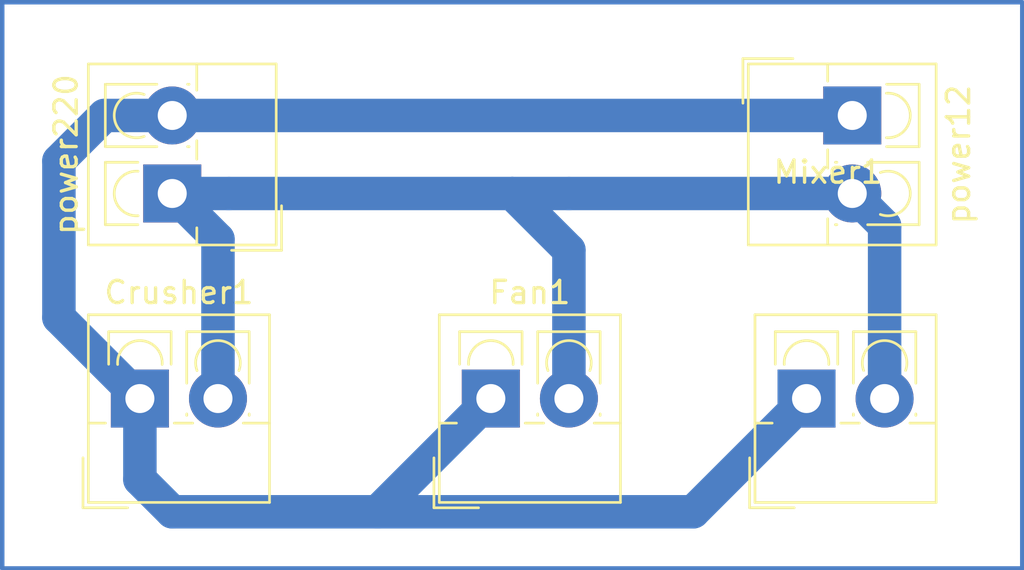
<source format=kicad_pcb>
(kicad_pcb (version 20221018) (generator pcbnew)
  (layers (0 "F.Cu" signal) (31 "B.Cu" signal) (34 "B.Paste" user) (35 "F.Paste" user) (36 "B.SilkS" user "B.Silkscreen") (37 "F.SilkS" user "F.Silkscreen") (38 "B.Mask" user) (39 "F.Mask" user) (44 "Edge.Cuts" user))
  (net 0 "")
  (net 1 "+")
  (net 2 "-")
  (footprint "TerminalBlock_4Ucon:TerminalBlock_4Ucon_1x02_P3.50mm_Vertical" (layer "F.Cu") (at 99.06 44.14 90)
    (fp_text reference "power220" (at 1.75 -4.76 90) (layer "F.SilkS"))
    (fp_text value "Screw_Terminal_01x02" hide)
    (fp_line (start -2.55 2.66) (end -2.55 4.9) (stroke (width 0.12)) (layer "F.SilkS"))
    (fp_line (start -2.55 4.9) (end -0.55 4.9) (stroke (width 0.12)) (layer "F.SilkS"))
    (fp_line (start -2.31 -3.76) (end -2.31 4.66) (stroke (width 0.12)) (layer "F.SilkS"))
    (fp_line (start -2.31 -3.76) (end 5.81 -3.76) (stroke (width 0.12)) (layer "F.SilkS"))
    (fp_line (start -2.31 1.101) (end -1.54 1.101) (stroke (width 0.12)) (layer "F.SilkS"))
    (fp_line (start -2.31 4.66) (end 5.81 4.66) (stroke (width 0.12)) (layer "F.SilkS"))
    (fp_line (start -1.4 -3) (end -1.4 -1.54) (stroke (width 0.12)) (layer "F.SilkS"))
    (fp_line (start -1.4 -3) (end 1.4 -3) (stroke (width 0.12)) (layer "F.SilkS"))
    (fp_line (start 1.4 -3) (end 1.4 -1.54) (stroke (width 0.12)) (layer "F.SilkS"))
    (fp_line (start 1.54 1.101) (end 2.367 1.101) (stroke (width 0.12)) (layer "F.SilkS"))
    (fp_line (start 2.1 -3) (end 2.1 -0.689) (stroke (width 0.12)) (layer "F.SilkS"))
    (fp_line (start 2.1 -3) (end 4.9 -3) (stroke (width 0.12)) (layer "F.SilkS"))
    (fp_line (start 2.1 0.689) (end 2.1 0.75) (stroke (width 0.12)) (layer "F.SilkS"))
    (fp_line (start 2.1 0.75) (end 2.101 0.75) (stroke (width 0.12)) (layer "F.SilkS"))
    (fp_line (start 4.634 1.101) (end 5.81 1.101) (stroke (width 0.12)) (layer "F.SilkS"))
    (fp_line (start 4.9 -3) (end 4.9 -0.689) (stroke (width 0.12)) (layer "F.SilkS"))
    (fp_line (start 4.9 0.689) (end 4.9 0.75) (stroke (width 0.12)) (layer "F.SilkS"))
    (fp_line (start 4.9 0.75) (end 4.9 0.75) (stroke (width 0.12)) (layer "F.SilkS"))
    (fp_line (start 5.81 -3.76) (end 5.81 4.66) (stroke (width 0.12)) (layer "F.SilkS"))
    (fp_arc (start -0.99789 -1.529434) (mid -0.000785 -2.600382) (end 0.998 -1.531) (stroke (width 0.12)) (layer "F.SilkS"))
    (fp_arc (start 2.560085 -1.257767) (mid 3.499876 -2.600282) (end 4.44 -1.258) (stroke (width 0.12)) (layer "F.SilkS"))
    (pad "1" thru_hole rect (at 0 0 90) (size 2.6 2.6) (drill 1.3) (layers "*.Cu" "*.Mask") (net 1 "+"))
    (pad "2" thru_hole circle (at 3.5 0 90) (size 2.6 2.6) (drill 1.3) (layers "*.Cu" "*.Mask") (net 2 "-"))
  )
  (footprint "TerminalBlock_4Ucon:TerminalBlock_4Ucon_1x02_P3.50mm_Vertical" (layer "F.Cu") (at 129.54 40.64 -90)
    (fp_text reference "power12" (at 1.75 -4.76 90) (layer "F.SilkS"))
    (fp_text value "Screw_Terminal_01x02" hide)
    (fp_line (start -2.55 2.66) (end -2.55 4.9) (stroke (width 0.12)) (layer "F.SilkS"))
    (fp_line (start -2.55 4.9) (end -0.55 4.9) (stroke (width 0.12)) (layer "F.SilkS"))
    (fp_line (start -2.31 -3.76) (end -2.31 4.66) (stroke (width 0.12)) (layer "F.SilkS"))
    (fp_line (start -2.31 -3.76) (end 5.81 -3.76) (stroke (width 0.12)) (layer "F.SilkS"))
    (fp_line (start -2.31 1.101) (end -1.54 1.101) (stroke (width 0.12)) (layer "F.SilkS"))
    (fp_line (start -2.31 4.66) (end 5.81 4.66) (stroke (width 0.12)) (layer "F.SilkS"))
    (fp_line (start -1.4 -3) (end -1.4 -1.54) (stroke (width 0.12)) (layer "F.SilkS"))
    (fp_line (start -1.4 -3) (end 1.4 -3) (stroke (width 0.12)) (layer "F.SilkS"))
    (fp_line (start 1.4 -3) (end 1.4 -1.54) (stroke (width 0.12)) (layer "F.SilkS"))
    (fp_line (start 1.54 1.101) (end 2.367 1.101) (stroke (width 0.12)) (layer "F.SilkS"))
    (fp_line (start 2.1 -3) (end 2.1 -0.689) (stroke (width 0.12)) (layer "F.SilkS"))
    (fp_line (start 2.1 -3) (end 4.9 -3) (stroke (width 0.12)) (layer "F.SilkS"))
    (fp_line (start 2.1 0.689) (end 2.1 0.75) (stroke (width 0.12)) (layer "F.SilkS"))
    (fp_line (start 2.1 0.75) (end 2.101 0.75) (stroke (width 0.12)) (layer "F.SilkS"))
    (fp_line (start 4.634 1.101) (end 5.81 1.101) (stroke (width 0.12)) (layer "F.SilkS"))
    (fp_line (start 4.9 -3) (end 4.9 -0.689) (stroke (width 0.12)) (layer "F.SilkS"))
    (fp_line (start 4.9 0.689) (end 4.9 0.75) (stroke (width 0.12)) (layer "F.SilkS"))
    (fp_line (start 4.9 0.75) (end 4.9 0.75) (stroke (width 0.12)) (layer "F.SilkS"))
    (fp_line (start 5.81 -3.76) (end 5.81 4.66) (stroke (width 0.12)) (layer "F.SilkS"))
    (fp_arc (start -0.99789 -1.529434) (mid -0.000785 -2.600382) (end 0.998 -1.531) (stroke (width 0.12)) (layer "F.SilkS"))
    (fp_arc (start 2.560085 -1.257767) (mid 3.499876 -2.600282) (end 4.44 -1.258) (stroke (width 0.12)) (layer "F.SilkS"))
    (pad "1" thru_hole rect (at 0 0 270) (size 2.6 2.6) (drill 1.3) (layers "*.Cu" "*.Mask") (net 2 "-"))
    (pad "2" thru_hole circle (at 3.5 0 270) (size 2.6 2.6) (drill 1.3) (layers "*.Cu" "*.Mask") (net 1 "+"))
  )
  (footprint "TerminalBlock_4Ucon:TerminalBlock_4Ucon_1x02_P3.50mm_Vertical" (layer "F.Cu") (at 97.61 53.34)
    (fp_text reference "Crusher1" (at 1.75 -4.76) (layer "F.SilkS"))
    (fp_text value "Screw_Terminal_01x02" hide)
    (fp_line (start -2.55 2.66) (end -2.55 4.9) (stroke (width 0.12)) (layer "F.SilkS"))
    (fp_line (start -2.55 4.9) (end -0.55 4.9) (stroke (width 0.12)) (layer "F.SilkS"))
    (fp_line (start -2.31 -3.76) (end -2.31 4.66) (stroke (width 0.12)) (layer "F.SilkS"))
    (fp_line (start -2.31 -3.76) (end 5.81 -3.76) (stroke (width 0.12)) (layer "F.SilkS"))
    (fp_line (start -2.31 1.101) (end -1.54 1.101) (stroke (width 0.12)) (layer "F.SilkS"))
    (fp_line (start -2.31 4.66) (end 5.81 4.66) (stroke (width 0.12)) (layer "F.SilkS"))
    (fp_line (start -1.4 -3) (end -1.4 -1.54) (stroke (width 0.12)) (layer "F.SilkS"))
    (fp_line (start -1.4 -3) (end 1.4 -3) (stroke (width 0.12)) (layer "F.SilkS"))
    (fp_line (start 1.4 -3) (end 1.4 -1.54) (stroke (width 0.12)) (layer "F.SilkS"))
    (fp_line (start 1.54 1.101) (end 2.367 1.101) (stroke (width 0.12)) (layer "F.SilkS"))
    (fp_line (start 2.1 -3) (end 2.1 -0.689) (stroke (width 0.12)) (layer "F.SilkS"))
    (fp_line (start 2.1 -3) (end 4.9 -3) (stroke (width 0.12)) (layer "F.SilkS"))
    (fp_line (start 2.1 0.689) (end 2.1 0.75) (stroke (width 0.12)) (layer "F.SilkS"))
    (fp_line (start 2.1 0.75) (end 2.101 0.75) (stroke (width 0.12)) (layer "F.SilkS"))
    (fp_line (start 4.634 1.101) (end 5.81 1.101) (stroke (width 0.12)) (layer "F.SilkS"))
    (fp_line (start 4.9 -3) (end 4.9 -0.689) (stroke (width 0.12)) (layer "F.SilkS"))
    (fp_line (start 4.9 0.689) (end 4.9 0.75) (stroke (width 0.12)) (layer "F.SilkS"))
    (fp_line (start 4.9 0.75) (end 4.9 0.75) (stroke (width 0.12)) (layer "F.SilkS"))
    (fp_line (start 5.81 -3.76) (end 5.81 4.66) (stroke (width 0.12)) (layer "F.SilkS"))
    (fp_arc (start -0.99789 -1.529434) (mid -0.000785 -2.600382) (end 0.998 -1.531) (stroke (width 0.12)) (layer "F.SilkS"))
    (fp_arc (start 2.560085 -1.257767) (mid 3.499876 -2.600282) (end 4.44 -1.258) (stroke (width 0.12)) (layer "F.SilkS"))
    (pad "1" thru_hole rect (at 0 0) (size 2.6 2.6) (drill 1.3) (layers "*.Cu" "*.Mask") (net 2 "-"))
    (pad "2" thru_hole circle (at 3.5 0) (size 2.6 2.6) (drill 1.3) (layers "*.Cu" "*.Mask") (net 1 "+"))
  )
  (footprint "TerminalBlock_4Ucon:TerminalBlock_4Ucon_1x02_P3.50mm_Vertical" (layer "F.Cu") (at 127.49 53.34)
    (fp_text reference "Mixer1" (at 0.96 -10.16) (layer "F.SilkS"))
    (fp_text value "Screw_Terminal_01x02" hide)
    (fp_line (start -2.55 2.66) (end -2.55 4.9) (stroke (width 0.12)) (layer "F.SilkS"))
    (fp_line (start -2.55 4.9) (end -0.55 4.9) (stroke (width 0.12)) (layer "F.SilkS"))
    (fp_line (start -2.31 -3.76) (end -2.31 4.66) (stroke (width 0.12)) (layer "F.SilkS"))
    (fp_line (start -2.31 -3.76) (end 5.81 -3.76) (stroke (width 0.12)) (layer "F.SilkS"))
    (fp_line (start -2.31 1.101) (end -1.54 1.101) (stroke (width 0.12)) (layer "F.SilkS"))
    (fp_line (start -2.31 4.66) (end 5.81 4.66) (stroke (width 0.12)) (layer "F.SilkS"))
    (fp_line (start -1.4 -3) (end -1.4 -1.54) (stroke (width 0.12)) (layer "F.SilkS"))
    (fp_line (start -1.4 -3) (end 1.4 -3) (stroke (width 0.12)) (layer "F.SilkS"))
    (fp_line (start 1.4 -3) (end 1.4 -1.54) (stroke (width 0.12)) (layer "F.SilkS"))
    (fp_line (start 1.54 1.101) (end 2.367 1.101) (stroke (width 0.12)) (layer "F.SilkS"))
    (fp_line (start 2.1 -3) (end 2.1 -0.689) (stroke (width 0.12)) (layer "F.SilkS"))
    (fp_line (start 2.1 -3) (end 4.9 -3) (stroke (width 0.12)) (layer "F.SilkS"))
    (fp_line (start 2.1 0.689) (end 2.1 0.75) (stroke (width 0.12)) (layer "F.SilkS"))
    (fp_line (start 2.1 0.75) (end 2.101 0.75) (stroke (width 0.12)) (layer "F.SilkS"))
    (fp_line (start 4.634 1.101) (end 5.81 1.101) (stroke (width 0.12)) (layer "F.SilkS"))
    (fp_line (start 4.9 -3) (end 4.9 -0.689) (stroke (width 0.12)) (layer "F.SilkS"))
    (fp_line (start 4.9 0.689) (end 4.9 0.75) (stroke (width 0.12)) (layer "F.SilkS"))
    (fp_line (start 4.9 0.75) (end 4.9 0.75) (stroke (width 0.12)) (layer "F.SilkS"))
    (fp_line (start 5.81 -3.76) (end 5.81 4.66) (stroke (width 0.12)) (layer "F.SilkS"))
    (fp_arc (start -0.99789 -1.529434) (mid -0.000785 -2.600382) (end 0.998 -1.531) (stroke (width 0.12)) (layer "F.SilkS"))
    (fp_arc (start 2.560085 -1.257767) (mid 3.499876 -2.600282) (end 4.44 -1.258) (stroke (width 0.12)) (layer "F.SilkS"))
    (pad "1" thru_hole rect (at 0 0) (size 2.6 2.6) (drill 1.3) (layers "*.Cu" "*.Mask") (net 2 "-"))
    (pad "2" thru_hole circle (at 3.5 0) (size 2.6 2.6) (drill 1.3) (layers "*.Cu" "*.Mask") (net 1 "+"))
  )
  (footprint "TerminalBlock_4Ucon:TerminalBlock_4Ucon_1x02_P3.50mm_Vertical" (layer "F.Cu") (at 113.34 53.34)
    (fp_text reference "Fan1" (at 1.75 -4.76) (layer "F.SilkS"))
    (fp_text value "Screw_Terminal_01x02" hide)
    (fp_line (start -2.55 2.66) (end -2.55 4.9) (stroke (width 0.12)) (layer "F.SilkS"))
    (fp_line (start -2.55 4.9) (end -0.55 4.9) (stroke (width 0.12)) (layer "F.SilkS"))
    (fp_line (start -2.31 -3.76) (end -2.31 4.66) (stroke (width 0.12)) (layer "F.SilkS"))
    (fp_line (start -2.31 -3.76) (end 5.81 -3.76) (stroke (width 0.12)) (layer "F.SilkS"))
    (fp_line (start -2.31 1.101) (end -1.54 1.101) (stroke (width 0.12)) (layer "F.SilkS"))
    (fp_line (start -2.31 4.66) (end 5.81 4.66) (stroke (width 0.12)) (layer "F.SilkS"))
    (fp_line (start -1.4 -3) (end -1.4 -1.54) (stroke (width 0.12)) (layer "F.SilkS"))
    (fp_line (start -1.4 -3) (end 1.4 -3) (stroke (width 0.12)) (layer "F.SilkS"))
    (fp_line (start 1.4 -3) (end 1.4 -1.54) (stroke (width 0.12)) (layer "F.SilkS"))
    (fp_line (start 1.54 1.101) (end 2.367 1.101) (stroke (width 0.12)) (layer "F.SilkS"))
    (fp_line (start 2.1 -3) (end 2.1 -0.689) (stroke (width 0.12)) (layer "F.SilkS"))
    (fp_line (start 2.1 -3) (end 4.9 -3) (stroke (width 0.12)) (layer "F.SilkS"))
    (fp_line (start 2.1 0.689) (end 2.1 0.75) (stroke (width 0.12)) (layer "F.SilkS"))
    (fp_line (start 2.1 0.75) (end 2.101 0.75) (stroke (width 0.12)) (layer "F.SilkS"))
    (fp_line (start 4.634 1.101) (end 5.81 1.101) (stroke (width 0.12)) (layer "F.SilkS"))
    (fp_line (start 4.9 -3) (end 4.9 -0.689) (stroke (width 0.12)) (layer "F.SilkS"))
    (fp_line (start 4.9 0.689) (end 4.9 0.75) (stroke (width 0.12)) (layer "F.SilkS"))
    (fp_line (start 4.9 0.75) (end 4.9 0.75) (stroke (width 0.12)) (layer "F.SilkS"))
    (fp_line (start 5.81 -3.76) (end 5.81 4.66) (stroke (width 0.12)) (layer "F.SilkS"))
    (fp_arc (start -0.99789 -1.529434) (mid -0.000785 -2.600382) (end 0.998 -1.531) (stroke (width 0.12)) (layer "F.SilkS"))
    (fp_arc (start 2.560085 -1.257767) (mid 3.499876 -2.600282) (end 4.44 -1.258) (stroke (width 0.12)) (layer "F.SilkS"))
    (pad "1" thru_hole rect (at 0 0) (size 2.6 2.6) (drill 1.3) (layers "*.Cu" "*.Mask") (net 2 "-"))
    (pad "2" thru_hole circle (at 3.5 0) (size 2.6 2.6) (drill 1.3) (layers "*.Cu" "*.Mask") (net 1 "+"))
  )
  (gr_rect (start 91.44 35.56) (end 137.16 60.96) (stroke (width 0.2)) (fill none) (layer "B.Cu"))
  (segment (start 130.99 45.59) (end 129.54 44.14) (width 1.5) (layer "B.Cu") (net 1))
  (segment (start 101.6 44.14) (end 114.3 44.14) (width 1.5) (layer "B.Cu") (net 1))
  (segment (start 116.84 46.68) (end 114.3 44.14) (width 1.5) (layer "B.Cu") (net 1))
  (segment (start 116.84 53.34) (end 116.84 46.68) (width 1.5) (layer "B.Cu") (net 1))
  (segment (start 99.06 44.14) (end 101.6 44.14) (width 1.5) (layer "B.Cu") (net 1))
  (segment (start 114.3 44.14) (end 116.84 44.14) (width 1.5) (layer "B.Cu") (net 1))
  (segment (start 116.84 44.14) (end 129.54 44.14) (width 1.5) (layer "B.Cu") (net 1))
  (segment (start 101.11 53.34) (end 101.11 46.19) (width 1.5) (layer "B.Cu") (net 1))
  (segment (start 101.11 46.19) (end 99.06 44.14) (width 1.5) (layer "B.Cu") (net 1))
  (segment (start 130.99 53.34) (end 130.99 45.59) (width 1.5) (layer "B.Cu") (net 1))
  (segment (start 97.61 53.34) (end 97.61 56.97) (width 1.5) (layer "B.Cu") (net 2))
  (segment (start 99.06 58.42) (end 108.26 58.42) (width 1.5) (layer "B.Cu") (net 2))
  (segment (start 108.26 58.42) (end 113.34 53.34) (width 1.5) (layer "B.Cu") (net 2))
  (segment (start 96.02 40.64) (end 93.98 42.68) (width 1.5) (layer "B.Cu") (net 2))
  (segment (start 93.98 42.68) (end 93.98 49.71) (width 1.5) (layer "B.Cu") (net 2))
  (segment (start 122.41 58.42) (end 127.49 53.34) (width 1.5) (layer "B.Cu") (net 2))
  (segment (start 108.26 58.42) (end 122.41 58.42) (width 1.5) (layer "B.Cu") (net 2))
  (segment (start 97.61 56.97) (end 99.06 58.42) (width 1.5) (layer "B.Cu") (net 2))
  (segment (start 99.06 40.64) (end 96.02 40.64) (width 1.5) (layer "B.Cu") (net 2))
  (segment (start 93.98 49.71) (end 97.61 53.34) (width 1.5) (layer "B.Cu") (net 2))
  (segment (start 99.06 40.64) (end 129.54 40.64) (width 1.5) (layer "B.Cu") (net 2))
)
</source>
